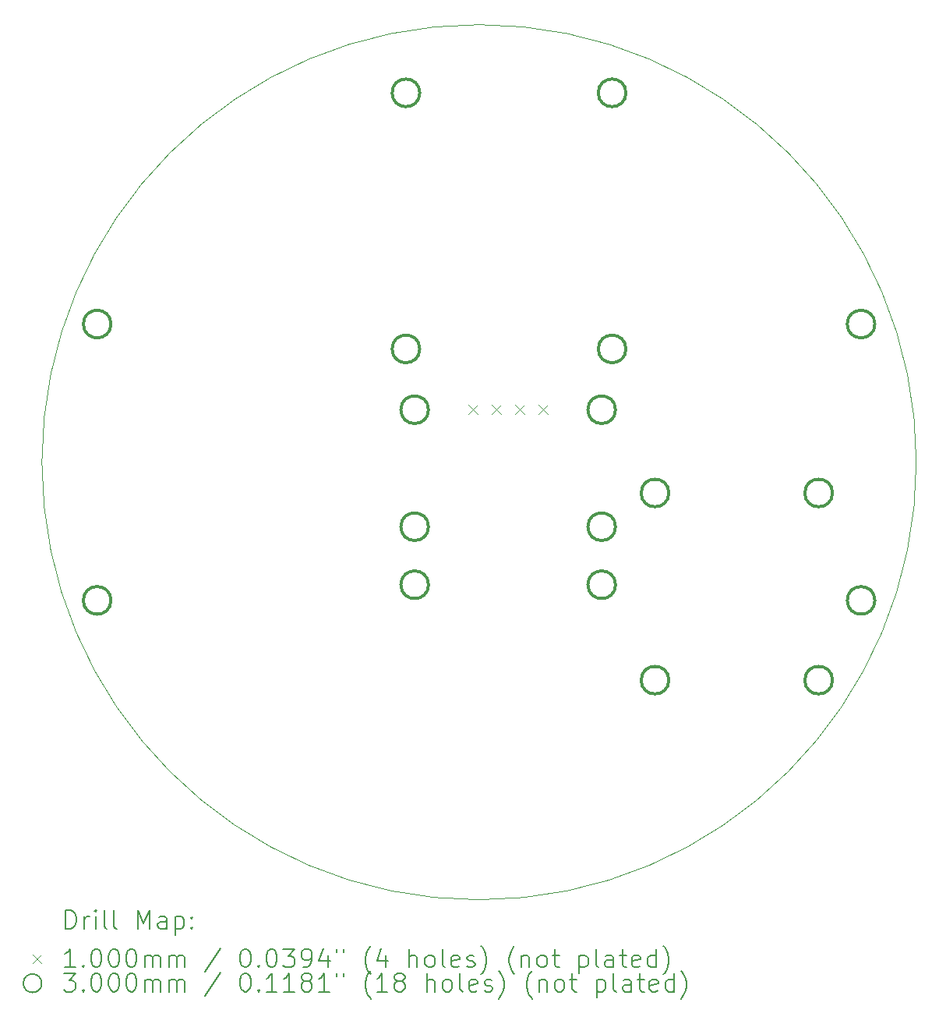
<source format=gbr>
%TF.GenerationSoftware,KiCad,Pcbnew,8.0.5*%
%TF.CreationDate,2025-05-01T20:42:08-04:00*%
%TF.ProjectId,CanSat_Sensor_Board,43616e53-6174-45f5-9365-6e736f725f42,rev?*%
%TF.SameCoordinates,Original*%
%TF.FileFunction,Drillmap*%
%TF.FilePolarity,Positive*%
%FSLAX45Y45*%
G04 Gerber Fmt 4.5, Leading zero omitted, Abs format (unit mm)*
G04 Created by KiCad (PCBNEW 8.0.5) date 2025-05-01 20:42:08*
%MOMM*%
%LPD*%
G01*
G04 APERTURE LIST*
%ADD10C,0.050000*%
%ADD11C,0.200000*%
%ADD12C,0.100000*%
%ADD13C,0.300000*%
G04 APERTURE END LIST*
D10*
X19750000Y-10000000D02*
G75*
G02*
X10250000Y-10000000I-4750000J0D01*
G01*
X10250000Y-10000000D02*
G75*
G02*
X19750000Y-10000000I4750000J0D01*
G01*
D11*
D12*
X14885000Y-9380000D02*
X14985000Y-9480000D01*
X14985000Y-9380000D02*
X14885000Y-9480000D01*
X15139000Y-9380000D02*
X15239000Y-9480000D01*
X15239000Y-9380000D02*
X15139000Y-9480000D01*
X15393000Y-9380000D02*
X15493000Y-9480000D01*
X15493000Y-9380000D02*
X15393000Y-9480000D01*
X15647000Y-9380000D02*
X15747000Y-9480000D01*
X15747000Y-9380000D02*
X15647000Y-9480000D01*
D13*
X11000000Y-8500000D02*
G75*
G02*
X10700000Y-8500000I-150000J0D01*
G01*
X10700000Y-8500000D02*
G75*
G02*
X11000000Y-8500000I150000J0D01*
G01*
X11000000Y-11500000D02*
G75*
G02*
X10700000Y-11500000I-150000J0D01*
G01*
X10700000Y-11500000D02*
G75*
G02*
X11000000Y-11500000I150000J0D01*
G01*
X14355000Y-5990000D02*
G75*
G02*
X14055000Y-5990000I-150000J0D01*
G01*
X14055000Y-5990000D02*
G75*
G02*
X14355000Y-5990000I150000J0D01*
G01*
X14355000Y-8770000D02*
G75*
G02*
X14055000Y-8770000I-150000J0D01*
G01*
X14055000Y-8770000D02*
G75*
G02*
X14355000Y-8770000I150000J0D01*
G01*
X14450000Y-9430000D02*
G75*
G02*
X14150000Y-9430000I-150000J0D01*
G01*
X14150000Y-9430000D02*
G75*
G02*
X14450000Y-9430000I150000J0D01*
G01*
X14450000Y-10700000D02*
G75*
G02*
X14150000Y-10700000I-150000J0D01*
G01*
X14150000Y-10700000D02*
G75*
G02*
X14450000Y-10700000I150000J0D01*
G01*
X14450000Y-11330000D02*
G75*
G02*
X14150000Y-11330000I-150000J0D01*
G01*
X14150000Y-11330000D02*
G75*
G02*
X14450000Y-11330000I150000J0D01*
G01*
X16482000Y-9430000D02*
G75*
G02*
X16182000Y-9430000I-150000J0D01*
G01*
X16182000Y-9430000D02*
G75*
G02*
X16482000Y-9430000I150000J0D01*
G01*
X16482000Y-10700000D02*
G75*
G02*
X16182000Y-10700000I-150000J0D01*
G01*
X16182000Y-10700000D02*
G75*
G02*
X16482000Y-10700000I150000J0D01*
G01*
X16482000Y-11330000D02*
G75*
G02*
X16182000Y-11330000I-150000J0D01*
G01*
X16182000Y-11330000D02*
G75*
G02*
X16482000Y-11330000I150000J0D01*
G01*
X16595000Y-5990000D02*
G75*
G02*
X16295000Y-5990000I-150000J0D01*
G01*
X16295000Y-5990000D02*
G75*
G02*
X16595000Y-5990000I150000J0D01*
G01*
X16595000Y-8770000D02*
G75*
G02*
X16295000Y-8770000I-150000J0D01*
G01*
X16295000Y-8770000D02*
G75*
G02*
X16595000Y-8770000I150000J0D01*
G01*
X17061000Y-10334000D02*
G75*
G02*
X16761000Y-10334000I-150000J0D01*
G01*
X16761000Y-10334000D02*
G75*
G02*
X17061000Y-10334000I150000J0D01*
G01*
X17061000Y-12366000D02*
G75*
G02*
X16761000Y-12366000I-150000J0D01*
G01*
X16761000Y-12366000D02*
G75*
G02*
X17061000Y-12366000I150000J0D01*
G01*
X18839000Y-10334000D02*
G75*
G02*
X18539000Y-10334000I-150000J0D01*
G01*
X18539000Y-10334000D02*
G75*
G02*
X18839000Y-10334000I150000J0D01*
G01*
X18839000Y-12366000D02*
G75*
G02*
X18539000Y-12366000I-150000J0D01*
G01*
X18539000Y-12366000D02*
G75*
G02*
X18839000Y-12366000I150000J0D01*
G01*
X19300000Y-8500000D02*
G75*
G02*
X19000000Y-8500000I-150000J0D01*
G01*
X19000000Y-8500000D02*
G75*
G02*
X19300000Y-8500000I150000J0D01*
G01*
X19300000Y-11500000D02*
G75*
G02*
X19000000Y-11500000I-150000J0D01*
G01*
X19000000Y-11500000D02*
G75*
G02*
X19300000Y-11500000I150000J0D01*
G01*
D11*
X10508277Y-15063984D02*
X10508277Y-14863984D01*
X10508277Y-14863984D02*
X10555896Y-14863984D01*
X10555896Y-14863984D02*
X10584467Y-14873508D01*
X10584467Y-14873508D02*
X10603515Y-14892555D01*
X10603515Y-14892555D02*
X10613039Y-14911603D01*
X10613039Y-14911603D02*
X10622563Y-14949698D01*
X10622563Y-14949698D02*
X10622563Y-14978269D01*
X10622563Y-14978269D02*
X10613039Y-15016365D01*
X10613039Y-15016365D02*
X10603515Y-15035412D01*
X10603515Y-15035412D02*
X10584467Y-15054460D01*
X10584467Y-15054460D02*
X10555896Y-15063984D01*
X10555896Y-15063984D02*
X10508277Y-15063984D01*
X10708277Y-15063984D02*
X10708277Y-14930650D01*
X10708277Y-14968746D02*
X10717801Y-14949698D01*
X10717801Y-14949698D02*
X10727324Y-14940174D01*
X10727324Y-14940174D02*
X10746372Y-14930650D01*
X10746372Y-14930650D02*
X10765420Y-14930650D01*
X10832086Y-15063984D02*
X10832086Y-14930650D01*
X10832086Y-14863984D02*
X10822563Y-14873508D01*
X10822563Y-14873508D02*
X10832086Y-14883031D01*
X10832086Y-14883031D02*
X10841610Y-14873508D01*
X10841610Y-14873508D02*
X10832086Y-14863984D01*
X10832086Y-14863984D02*
X10832086Y-14883031D01*
X10955896Y-15063984D02*
X10936848Y-15054460D01*
X10936848Y-15054460D02*
X10927324Y-15035412D01*
X10927324Y-15035412D02*
X10927324Y-14863984D01*
X11060658Y-15063984D02*
X11041610Y-15054460D01*
X11041610Y-15054460D02*
X11032086Y-15035412D01*
X11032086Y-15035412D02*
X11032086Y-14863984D01*
X11289229Y-15063984D02*
X11289229Y-14863984D01*
X11289229Y-14863984D02*
X11355896Y-15006841D01*
X11355896Y-15006841D02*
X11422562Y-14863984D01*
X11422562Y-14863984D02*
X11422562Y-15063984D01*
X11603515Y-15063984D02*
X11603515Y-14959222D01*
X11603515Y-14959222D02*
X11593991Y-14940174D01*
X11593991Y-14940174D02*
X11574943Y-14930650D01*
X11574943Y-14930650D02*
X11536848Y-14930650D01*
X11536848Y-14930650D02*
X11517801Y-14940174D01*
X11603515Y-15054460D02*
X11584467Y-15063984D01*
X11584467Y-15063984D02*
X11536848Y-15063984D01*
X11536848Y-15063984D02*
X11517801Y-15054460D01*
X11517801Y-15054460D02*
X11508277Y-15035412D01*
X11508277Y-15035412D02*
X11508277Y-15016365D01*
X11508277Y-15016365D02*
X11517801Y-14997317D01*
X11517801Y-14997317D02*
X11536848Y-14987793D01*
X11536848Y-14987793D02*
X11584467Y-14987793D01*
X11584467Y-14987793D02*
X11603515Y-14978269D01*
X11698753Y-14930650D02*
X11698753Y-15130650D01*
X11698753Y-14940174D02*
X11717801Y-14930650D01*
X11717801Y-14930650D02*
X11755896Y-14930650D01*
X11755896Y-14930650D02*
X11774943Y-14940174D01*
X11774943Y-14940174D02*
X11784467Y-14949698D01*
X11784467Y-14949698D02*
X11793991Y-14968746D01*
X11793991Y-14968746D02*
X11793991Y-15025888D01*
X11793991Y-15025888D02*
X11784467Y-15044936D01*
X11784467Y-15044936D02*
X11774943Y-15054460D01*
X11774943Y-15054460D02*
X11755896Y-15063984D01*
X11755896Y-15063984D02*
X11717801Y-15063984D01*
X11717801Y-15063984D02*
X11698753Y-15054460D01*
X11879705Y-15044936D02*
X11889229Y-15054460D01*
X11889229Y-15054460D02*
X11879705Y-15063984D01*
X11879705Y-15063984D02*
X11870182Y-15054460D01*
X11870182Y-15054460D02*
X11879705Y-15044936D01*
X11879705Y-15044936D02*
X11879705Y-15063984D01*
X11879705Y-14940174D02*
X11889229Y-14949698D01*
X11889229Y-14949698D02*
X11879705Y-14959222D01*
X11879705Y-14959222D02*
X11870182Y-14949698D01*
X11870182Y-14949698D02*
X11879705Y-14940174D01*
X11879705Y-14940174D02*
X11879705Y-14959222D01*
D12*
X10147500Y-15342500D02*
X10247500Y-15442500D01*
X10247500Y-15342500D02*
X10147500Y-15442500D01*
D11*
X10613039Y-15483984D02*
X10498753Y-15483984D01*
X10555896Y-15483984D02*
X10555896Y-15283984D01*
X10555896Y-15283984D02*
X10536848Y-15312555D01*
X10536848Y-15312555D02*
X10517801Y-15331603D01*
X10517801Y-15331603D02*
X10498753Y-15341127D01*
X10698753Y-15464936D02*
X10708277Y-15474460D01*
X10708277Y-15474460D02*
X10698753Y-15483984D01*
X10698753Y-15483984D02*
X10689229Y-15474460D01*
X10689229Y-15474460D02*
X10698753Y-15464936D01*
X10698753Y-15464936D02*
X10698753Y-15483984D01*
X10832086Y-15283984D02*
X10851134Y-15283984D01*
X10851134Y-15283984D02*
X10870182Y-15293508D01*
X10870182Y-15293508D02*
X10879705Y-15303031D01*
X10879705Y-15303031D02*
X10889229Y-15322079D01*
X10889229Y-15322079D02*
X10898753Y-15360174D01*
X10898753Y-15360174D02*
X10898753Y-15407793D01*
X10898753Y-15407793D02*
X10889229Y-15445888D01*
X10889229Y-15445888D02*
X10879705Y-15464936D01*
X10879705Y-15464936D02*
X10870182Y-15474460D01*
X10870182Y-15474460D02*
X10851134Y-15483984D01*
X10851134Y-15483984D02*
X10832086Y-15483984D01*
X10832086Y-15483984D02*
X10813039Y-15474460D01*
X10813039Y-15474460D02*
X10803515Y-15464936D01*
X10803515Y-15464936D02*
X10793991Y-15445888D01*
X10793991Y-15445888D02*
X10784467Y-15407793D01*
X10784467Y-15407793D02*
X10784467Y-15360174D01*
X10784467Y-15360174D02*
X10793991Y-15322079D01*
X10793991Y-15322079D02*
X10803515Y-15303031D01*
X10803515Y-15303031D02*
X10813039Y-15293508D01*
X10813039Y-15293508D02*
X10832086Y-15283984D01*
X11022563Y-15283984D02*
X11041610Y-15283984D01*
X11041610Y-15283984D02*
X11060658Y-15293508D01*
X11060658Y-15293508D02*
X11070182Y-15303031D01*
X11070182Y-15303031D02*
X11079705Y-15322079D01*
X11079705Y-15322079D02*
X11089229Y-15360174D01*
X11089229Y-15360174D02*
X11089229Y-15407793D01*
X11089229Y-15407793D02*
X11079705Y-15445888D01*
X11079705Y-15445888D02*
X11070182Y-15464936D01*
X11070182Y-15464936D02*
X11060658Y-15474460D01*
X11060658Y-15474460D02*
X11041610Y-15483984D01*
X11041610Y-15483984D02*
X11022563Y-15483984D01*
X11022563Y-15483984D02*
X11003515Y-15474460D01*
X11003515Y-15474460D02*
X10993991Y-15464936D01*
X10993991Y-15464936D02*
X10984467Y-15445888D01*
X10984467Y-15445888D02*
X10974944Y-15407793D01*
X10974944Y-15407793D02*
X10974944Y-15360174D01*
X10974944Y-15360174D02*
X10984467Y-15322079D01*
X10984467Y-15322079D02*
X10993991Y-15303031D01*
X10993991Y-15303031D02*
X11003515Y-15293508D01*
X11003515Y-15293508D02*
X11022563Y-15283984D01*
X11213039Y-15283984D02*
X11232086Y-15283984D01*
X11232086Y-15283984D02*
X11251134Y-15293508D01*
X11251134Y-15293508D02*
X11260658Y-15303031D01*
X11260658Y-15303031D02*
X11270182Y-15322079D01*
X11270182Y-15322079D02*
X11279705Y-15360174D01*
X11279705Y-15360174D02*
X11279705Y-15407793D01*
X11279705Y-15407793D02*
X11270182Y-15445888D01*
X11270182Y-15445888D02*
X11260658Y-15464936D01*
X11260658Y-15464936D02*
X11251134Y-15474460D01*
X11251134Y-15474460D02*
X11232086Y-15483984D01*
X11232086Y-15483984D02*
X11213039Y-15483984D01*
X11213039Y-15483984D02*
X11193991Y-15474460D01*
X11193991Y-15474460D02*
X11184467Y-15464936D01*
X11184467Y-15464936D02*
X11174944Y-15445888D01*
X11174944Y-15445888D02*
X11165420Y-15407793D01*
X11165420Y-15407793D02*
X11165420Y-15360174D01*
X11165420Y-15360174D02*
X11174944Y-15322079D01*
X11174944Y-15322079D02*
X11184467Y-15303031D01*
X11184467Y-15303031D02*
X11193991Y-15293508D01*
X11193991Y-15293508D02*
X11213039Y-15283984D01*
X11365420Y-15483984D02*
X11365420Y-15350650D01*
X11365420Y-15369698D02*
X11374943Y-15360174D01*
X11374943Y-15360174D02*
X11393991Y-15350650D01*
X11393991Y-15350650D02*
X11422563Y-15350650D01*
X11422563Y-15350650D02*
X11441610Y-15360174D01*
X11441610Y-15360174D02*
X11451134Y-15379222D01*
X11451134Y-15379222D02*
X11451134Y-15483984D01*
X11451134Y-15379222D02*
X11460658Y-15360174D01*
X11460658Y-15360174D02*
X11479705Y-15350650D01*
X11479705Y-15350650D02*
X11508277Y-15350650D01*
X11508277Y-15350650D02*
X11527324Y-15360174D01*
X11527324Y-15360174D02*
X11536848Y-15379222D01*
X11536848Y-15379222D02*
X11536848Y-15483984D01*
X11632086Y-15483984D02*
X11632086Y-15350650D01*
X11632086Y-15369698D02*
X11641610Y-15360174D01*
X11641610Y-15360174D02*
X11660658Y-15350650D01*
X11660658Y-15350650D02*
X11689229Y-15350650D01*
X11689229Y-15350650D02*
X11708277Y-15360174D01*
X11708277Y-15360174D02*
X11717801Y-15379222D01*
X11717801Y-15379222D02*
X11717801Y-15483984D01*
X11717801Y-15379222D02*
X11727324Y-15360174D01*
X11727324Y-15360174D02*
X11746372Y-15350650D01*
X11746372Y-15350650D02*
X11774943Y-15350650D01*
X11774943Y-15350650D02*
X11793991Y-15360174D01*
X11793991Y-15360174D02*
X11803515Y-15379222D01*
X11803515Y-15379222D02*
X11803515Y-15483984D01*
X12193991Y-15274460D02*
X12022563Y-15531603D01*
X12451134Y-15283984D02*
X12470182Y-15283984D01*
X12470182Y-15283984D02*
X12489229Y-15293508D01*
X12489229Y-15293508D02*
X12498753Y-15303031D01*
X12498753Y-15303031D02*
X12508277Y-15322079D01*
X12508277Y-15322079D02*
X12517801Y-15360174D01*
X12517801Y-15360174D02*
X12517801Y-15407793D01*
X12517801Y-15407793D02*
X12508277Y-15445888D01*
X12508277Y-15445888D02*
X12498753Y-15464936D01*
X12498753Y-15464936D02*
X12489229Y-15474460D01*
X12489229Y-15474460D02*
X12470182Y-15483984D01*
X12470182Y-15483984D02*
X12451134Y-15483984D01*
X12451134Y-15483984D02*
X12432086Y-15474460D01*
X12432086Y-15474460D02*
X12422563Y-15464936D01*
X12422563Y-15464936D02*
X12413039Y-15445888D01*
X12413039Y-15445888D02*
X12403515Y-15407793D01*
X12403515Y-15407793D02*
X12403515Y-15360174D01*
X12403515Y-15360174D02*
X12413039Y-15322079D01*
X12413039Y-15322079D02*
X12422563Y-15303031D01*
X12422563Y-15303031D02*
X12432086Y-15293508D01*
X12432086Y-15293508D02*
X12451134Y-15283984D01*
X12603515Y-15464936D02*
X12613039Y-15474460D01*
X12613039Y-15474460D02*
X12603515Y-15483984D01*
X12603515Y-15483984D02*
X12593991Y-15474460D01*
X12593991Y-15474460D02*
X12603515Y-15464936D01*
X12603515Y-15464936D02*
X12603515Y-15483984D01*
X12736848Y-15283984D02*
X12755896Y-15283984D01*
X12755896Y-15283984D02*
X12774944Y-15293508D01*
X12774944Y-15293508D02*
X12784467Y-15303031D01*
X12784467Y-15303031D02*
X12793991Y-15322079D01*
X12793991Y-15322079D02*
X12803515Y-15360174D01*
X12803515Y-15360174D02*
X12803515Y-15407793D01*
X12803515Y-15407793D02*
X12793991Y-15445888D01*
X12793991Y-15445888D02*
X12784467Y-15464936D01*
X12784467Y-15464936D02*
X12774944Y-15474460D01*
X12774944Y-15474460D02*
X12755896Y-15483984D01*
X12755896Y-15483984D02*
X12736848Y-15483984D01*
X12736848Y-15483984D02*
X12717801Y-15474460D01*
X12717801Y-15474460D02*
X12708277Y-15464936D01*
X12708277Y-15464936D02*
X12698753Y-15445888D01*
X12698753Y-15445888D02*
X12689229Y-15407793D01*
X12689229Y-15407793D02*
X12689229Y-15360174D01*
X12689229Y-15360174D02*
X12698753Y-15322079D01*
X12698753Y-15322079D02*
X12708277Y-15303031D01*
X12708277Y-15303031D02*
X12717801Y-15293508D01*
X12717801Y-15293508D02*
X12736848Y-15283984D01*
X12870182Y-15283984D02*
X12993991Y-15283984D01*
X12993991Y-15283984D02*
X12927325Y-15360174D01*
X12927325Y-15360174D02*
X12955896Y-15360174D01*
X12955896Y-15360174D02*
X12974944Y-15369698D01*
X12974944Y-15369698D02*
X12984467Y-15379222D01*
X12984467Y-15379222D02*
X12993991Y-15398269D01*
X12993991Y-15398269D02*
X12993991Y-15445888D01*
X12993991Y-15445888D02*
X12984467Y-15464936D01*
X12984467Y-15464936D02*
X12974944Y-15474460D01*
X12974944Y-15474460D02*
X12955896Y-15483984D01*
X12955896Y-15483984D02*
X12898753Y-15483984D01*
X12898753Y-15483984D02*
X12879706Y-15474460D01*
X12879706Y-15474460D02*
X12870182Y-15464936D01*
X13089229Y-15483984D02*
X13127325Y-15483984D01*
X13127325Y-15483984D02*
X13146372Y-15474460D01*
X13146372Y-15474460D02*
X13155896Y-15464936D01*
X13155896Y-15464936D02*
X13174944Y-15436365D01*
X13174944Y-15436365D02*
X13184467Y-15398269D01*
X13184467Y-15398269D02*
X13184467Y-15322079D01*
X13184467Y-15322079D02*
X13174944Y-15303031D01*
X13174944Y-15303031D02*
X13165420Y-15293508D01*
X13165420Y-15293508D02*
X13146372Y-15283984D01*
X13146372Y-15283984D02*
X13108277Y-15283984D01*
X13108277Y-15283984D02*
X13089229Y-15293508D01*
X13089229Y-15293508D02*
X13079706Y-15303031D01*
X13079706Y-15303031D02*
X13070182Y-15322079D01*
X13070182Y-15322079D02*
X13070182Y-15369698D01*
X13070182Y-15369698D02*
X13079706Y-15388746D01*
X13079706Y-15388746D02*
X13089229Y-15398269D01*
X13089229Y-15398269D02*
X13108277Y-15407793D01*
X13108277Y-15407793D02*
X13146372Y-15407793D01*
X13146372Y-15407793D02*
X13165420Y-15398269D01*
X13165420Y-15398269D02*
X13174944Y-15388746D01*
X13174944Y-15388746D02*
X13184467Y-15369698D01*
X13355896Y-15350650D02*
X13355896Y-15483984D01*
X13308277Y-15274460D02*
X13260658Y-15417317D01*
X13260658Y-15417317D02*
X13384467Y-15417317D01*
X13451134Y-15283984D02*
X13451134Y-15322079D01*
X13527325Y-15283984D02*
X13527325Y-15322079D01*
X13822563Y-15560174D02*
X13813039Y-15550650D01*
X13813039Y-15550650D02*
X13793991Y-15522079D01*
X13793991Y-15522079D02*
X13784468Y-15503031D01*
X13784468Y-15503031D02*
X13774944Y-15474460D01*
X13774944Y-15474460D02*
X13765420Y-15426841D01*
X13765420Y-15426841D02*
X13765420Y-15388746D01*
X13765420Y-15388746D02*
X13774944Y-15341127D01*
X13774944Y-15341127D02*
X13784468Y-15312555D01*
X13784468Y-15312555D02*
X13793991Y-15293508D01*
X13793991Y-15293508D02*
X13813039Y-15264936D01*
X13813039Y-15264936D02*
X13822563Y-15255412D01*
X13984468Y-15350650D02*
X13984468Y-15483984D01*
X13936848Y-15274460D02*
X13889229Y-15417317D01*
X13889229Y-15417317D02*
X14013039Y-15417317D01*
X14241610Y-15483984D02*
X14241610Y-15283984D01*
X14327325Y-15483984D02*
X14327325Y-15379222D01*
X14327325Y-15379222D02*
X14317801Y-15360174D01*
X14317801Y-15360174D02*
X14298753Y-15350650D01*
X14298753Y-15350650D02*
X14270182Y-15350650D01*
X14270182Y-15350650D02*
X14251134Y-15360174D01*
X14251134Y-15360174D02*
X14241610Y-15369698D01*
X14451134Y-15483984D02*
X14432087Y-15474460D01*
X14432087Y-15474460D02*
X14422563Y-15464936D01*
X14422563Y-15464936D02*
X14413039Y-15445888D01*
X14413039Y-15445888D02*
X14413039Y-15388746D01*
X14413039Y-15388746D02*
X14422563Y-15369698D01*
X14422563Y-15369698D02*
X14432087Y-15360174D01*
X14432087Y-15360174D02*
X14451134Y-15350650D01*
X14451134Y-15350650D02*
X14479706Y-15350650D01*
X14479706Y-15350650D02*
X14498753Y-15360174D01*
X14498753Y-15360174D02*
X14508277Y-15369698D01*
X14508277Y-15369698D02*
X14517801Y-15388746D01*
X14517801Y-15388746D02*
X14517801Y-15445888D01*
X14517801Y-15445888D02*
X14508277Y-15464936D01*
X14508277Y-15464936D02*
X14498753Y-15474460D01*
X14498753Y-15474460D02*
X14479706Y-15483984D01*
X14479706Y-15483984D02*
X14451134Y-15483984D01*
X14632087Y-15483984D02*
X14613039Y-15474460D01*
X14613039Y-15474460D02*
X14603515Y-15455412D01*
X14603515Y-15455412D02*
X14603515Y-15283984D01*
X14784468Y-15474460D02*
X14765420Y-15483984D01*
X14765420Y-15483984D02*
X14727325Y-15483984D01*
X14727325Y-15483984D02*
X14708277Y-15474460D01*
X14708277Y-15474460D02*
X14698753Y-15455412D01*
X14698753Y-15455412D02*
X14698753Y-15379222D01*
X14698753Y-15379222D02*
X14708277Y-15360174D01*
X14708277Y-15360174D02*
X14727325Y-15350650D01*
X14727325Y-15350650D02*
X14765420Y-15350650D01*
X14765420Y-15350650D02*
X14784468Y-15360174D01*
X14784468Y-15360174D02*
X14793991Y-15379222D01*
X14793991Y-15379222D02*
X14793991Y-15398269D01*
X14793991Y-15398269D02*
X14698753Y-15417317D01*
X14870182Y-15474460D02*
X14889230Y-15483984D01*
X14889230Y-15483984D02*
X14927325Y-15483984D01*
X14927325Y-15483984D02*
X14946372Y-15474460D01*
X14946372Y-15474460D02*
X14955896Y-15455412D01*
X14955896Y-15455412D02*
X14955896Y-15445888D01*
X14955896Y-15445888D02*
X14946372Y-15426841D01*
X14946372Y-15426841D02*
X14927325Y-15417317D01*
X14927325Y-15417317D02*
X14898753Y-15417317D01*
X14898753Y-15417317D02*
X14879706Y-15407793D01*
X14879706Y-15407793D02*
X14870182Y-15388746D01*
X14870182Y-15388746D02*
X14870182Y-15379222D01*
X14870182Y-15379222D02*
X14879706Y-15360174D01*
X14879706Y-15360174D02*
X14898753Y-15350650D01*
X14898753Y-15350650D02*
X14927325Y-15350650D01*
X14927325Y-15350650D02*
X14946372Y-15360174D01*
X15022563Y-15560174D02*
X15032087Y-15550650D01*
X15032087Y-15550650D02*
X15051134Y-15522079D01*
X15051134Y-15522079D02*
X15060658Y-15503031D01*
X15060658Y-15503031D02*
X15070182Y-15474460D01*
X15070182Y-15474460D02*
X15079706Y-15426841D01*
X15079706Y-15426841D02*
X15079706Y-15388746D01*
X15079706Y-15388746D02*
X15070182Y-15341127D01*
X15070182Y-15341127D02*
X15060658Y-15312555D01*
X15060658Y-15312555D02*
X15051134Y-15293508D01*
X15051134Y-15293508D02*
X15032087Y-15264936D01*
X15032087Y-15264936D02*
X15022563Y-15255412D01*
X15384468Y-15560174D02*
X15374944Y-15550650D01*
X15374944Y-15550650D02*
X15355896Y-15522079D01*
X15355896Y-15522079D02*
X15346372Y-15503031D01*
X15346372Y-15503031D02*
X15336849Y-15474460D01*
X15336849Y-15474460D02*
X15327325Y-15426841D01*
X15327325Y-15426841D02*
X15327325Y-15388746D01*
X15327325Y-15388746D02*
X15336849Y-15341127D01*
X15336849Y-15341127D02*
X15346372Y-15312555D01*
X15346372Y-15312555D02*
X15355896Y-15293508D01*
X15355896Y-15293508D02*
X15374944Y-15264936D01*
X15374944Y-15264936D02*
X15384468Y-15255412D01*
X15460658Y-15350650D02*
X15460658Y-15483984D01*
X15460658Y-15369698D02*
X15470182Y-15360174D01*
X15470182Y-15360174D02*
X15489230Y-15350650D01*
X15489230Y-15350650D02*
X15517801Y-15350650D01*
X15517801Y-15350650D02*
X15536849Y-15360174D01*
X15536849Y-15360174D02*
X15546372Y-15379222D01*
X15546372Y-15379222D02*
X15546372Y-15483984D01*
X15670182Y-15483984D02*
X15651134Y-15474460D01*
X15651134Y-15474460D02*
X15641611Y-15464936D01*
X15641611Y-15464936D02*
X15632087Y-15445888D01*
X15632087Y-15445888D02*
X15632087Y-15388746D01*
X15632087Y-15388746D02*
X15641611Y-15369698D01*
X15641611Y-15369698D02*
X15651134Y-15360174D01*
X15651134Y-15360174D02*
X15670182Y-15350650D01*
X15670182Y-15350650D02*
X15698753Y-15350650D01*
X15698753Y-15350650D02*
X15717801Y-15360174D01*
X15717801Y-15360174D02*
X15727325Y-15369698D01*
X15727325Y-15369698D02*
X15736849Y-15388746D01*
X15736849Y-15388746D02*
X15736849Y-15445888D01*
X15736849Y-15445888D02*
X15727325Y-15464936D01*
X15727325Y-15464936D02*
X15717801Y-15474460D01*
X15717801Y-15474460D02*
X15698753Y-15483984D01*
X15698753Y-15483984D02*
X15670182Y-15483984D01*
X15793992Y-15350650D02*
X15870182Y-15350650D01*
X15822563Y-15283984D02*
X15822563Y-15455412D01*
X15822563Y-15455412D02*
X15832087Y-15474460D01*
X15832087Y-15474460D02*
X15851134Y-15483984D01*
X15851134Y-15483984D02*
X15870182Y-15483984D01*
X16089230Y-15350650D02*
X16089230Y-15550650D01*
X16089230Y-15360174D02*
X16108277Y-15350650D01*
X16108277Y-15350650D02*
X16146373Y-15350650D01*
X16146373Y-15350650D02*
X16165420Y-15360174D01*
X16165420Y-15360174D02*
X16174944Y-15369698D01*
X16174944Y-15369698D02*
X16184468Y-15388746D01*
X16184468Y-15388746D02*
X16184468Y-15445888D01*
X16184468Y-15445888D02*
X16174944Y-15464936D01*
X16174944Y-15464936D02*
X16165420Y-15474460D01*
X16165420Y-15474460D02*
X16146373Y-15483984D01*
X16146373Y-15483984D02*
X16108277Y-15483984D01*
X16108277Y-15483984D02*
X16089230Y-15474460D01*
X16298753Y-15483984D02*
X16279706Y-15474460D01*
X16279706Y-15474460D02*
X16270182Y-15455412D01*
X16270182Y-15455412D02*
X16270182Y-15283984D01*
X16460658Y-15483984D02*
X16460658Y-15379222D01*
X16460658Y-15379222D02*
X16451134Y-15360174D01*
X16451134Y-15360174D02*
X16432087Y-15350650D01*
X16432087Y-15350650D02*
X16393992Y-15350650D01*
X16393992Y-15350650D02*
X16374944Y-15360174D01*
X16460658Y-15474460D02*
X16441611Y-15483984D01*
X16441611Y-15483984D02*
X16393992Y-15483984D01*
X16393992Y-15483984D02*
X16374944Y-15474460D01*
X16374944Y-15474460D02*
X16365420Y-15455412D01*
X16365420Y-15455412D02*
X16365420Y-15436365D01*
X16365420Y-15436365D02*
X16374944Y-15417317D01*
X16374944Y-15417317D02*
X16393992Y-15407793D01*
X16393992Y-15407793D02*
X16441611Y-15407793D01*
X16441611Y-15407793D02*
X16460658Y-15398269D01*
X16527325Y-15350650D02*
X16603515Y-15350650D01*
X16555896Y-15283984D02*
X16555896Y-15455412D01*
X16555896Y-15455412D02*
X16565420Y-15474460D01*
X16565420Y-15474460D02*
X16584468Y-15483984D01*
X16584468Y-15483984D02*
X16603515Y-15483984D01*
X16746373Y-15474460D02*
X16727325Y-15483984D01*
X16727325Y-15483984D02*
X16689230Y-15483984D01*
X16689230Y-15483984D02*
X16670182Y-15474460D01*
X16670182Y-15474460D02*
X16660658Y-15455412D01*
X16660658Y-15455412D02*
X16660658Y-15379222D01*
X16660658Y-15379222D02*
X16670182Y-15360174D01*
X16670182Y-15360174D02*
X16689230Y-15350650D01*
X16689230Y-15350650D02*
X16727325Y-15350650D01*
X16727325Y-15350650D02*
X16746373Y-15360174D01*
X16746373Y-15360174D02*
X16755896Y-15379222D01*
X16755896Y-15379222D02*
X16755896Y-15398269D01*
X16755896Y-15398269D02*
X16660658Y-15417317D01*
X16927325Y-15483984D02*
X16927325Y-15283984D01*
X16927325Y-15474460D02*
X16908277Y-15483984D01*
X16908277Y-15483984D02*
X16870182Y-15483984D01*
X16870182Y-15483984D02*
X16851135Y-15474460D01*
X16851135Y-15474460D02*
X16841611Y-15464936D01*
X16841611Y-15464936D02*
X16832087Y-15445888D01*
X16832087Y-15445888D02*
X16832087Y-15388746D01*
X16832087Y-15388746D02*
X16841611Y-15369698D01*
X16841611Y-15369698D02*
X16851135Y-15360174D01*
X16851135Y-15360174D02*
X16870182Y-15350650D01*
X16870182Y-15350650D02*
X16908277Y-15350650D01*
X16908277Y-15350650D02*
X16927325Y-15360174D01*
X17003516Y-15560174D02*
X17013039Y-15550650D01*
X17013039Y-15550650D02*
X17032087Y-15522079D01*
X17032087Y-15522079D02*
X17041611Y-15503031D01*
X17041611Y-15503031D02*
X17051135Y-15474460D01*
X17051135Y-15474460D02*
X17060658Y-15426841D01*
X17060658Y-15426841D02*
X17060658Y-15388746D01*
X17060658Y-15388746D02*
X17051135Y-15341127D01*
X17051135Y-15341127D02*
X17041611Y-15312555D01*
X17041611Y-15312555D02*
X17032087Y-15293508D01*
X17032087Y-15293508D02*
X17013039Y-15264936D01*
X17013039Y-15264936D02*
X17003516Y-15255412D01*
X10247500Y-15656500D02*
G75*
G02*
X10047500Y-15656500I-100000J0D01*
G01*
X10047500Y-15656500D02*
G75*
G02*
X10247500Y-15656500I100000J0D01*
G01*
X10489229Y-15547984D02*
X10613039Y-15547984D01*
X10613039Y-15547984D02*
X10546372Y-15624174D01*
X10546372Y-15624174D02*
X10574944Y-15624174D01*
X10574944Y-15624174D02*
X10593991Y-15633698D01*
X10593991Y-15633698D02*
X10603515Y-15643222D01*
X10603515Y-15643222D02*
X10613039Y-15662269D01*
X10613039Y-15662269D02*
X10613039Y-15709888D01*
X10613039Y-15709888D02*
X10603515Y-15728936D01*
X10603515Y-15728936D02*
X10593991Y-15738460D01*
X10593991Y-15738460D02*
X10574944Y-15747984D01*
X10574944Y-15747984D02*
X10517801Y-15747984D01*
X10517801Y-15747984D02*
X10498753Y-15738460D01*
X10498753Y-15738460D02*
X10489229Y-15728936D01*
X10698753Y-15728936D02*
X10708277Y-15738460D01*
X10708277Y-15738460D02*
X10698753Y-15747984D01*
X10698753Y-15747984D02*
X10689229Y-15738460D01*
X10689229Y-15738460D02*
X10698753Y-15728936D01*
X10698753Y-15728936D02*
X10698753Y-15747984D01*
X10832086Y-15547984D02*
X10851134Y-15547984D01*
X10851134Y-15547984D02*
X10870182Y-15557508D01*
X10870182Y-15557508D02*
X10879705Y-15567031D01*
X10879705Y-15567031D02*
X10889229Y-15586079D01*
X10889229Y-15586079D02*
X10898753Y-15624174D01*
X10898753Y-15624174D02*
X10898753Y-15671793D01*
X10898753Y-15671793D02*
X10889229Y-15709888D01*
X10889229Y-15709888D02*
X10879705Y-15728936D01*
X10879705Y-15728936D02*
X10870182Y-15738460D01*
X10870182Y-15738460D02*
X10851134Y-15747984D01*
X10851134Y-15747984D02*
X10832086Y-15747984D01*
X10832086Y-15747984D02*
X10813039Y-15738460D01*
X10813039Y-15738460D02*
X10803515Y-15728936D01*
X10803515Y-15728936D02*
X10793991Y-15709888D01*
X10793991Y-15709888D02*
X10784467Y-15671793D01*
X10784467Y-15671793D02*
X10784467Y-15624174D01*
X10784467Y-15624174D02*
X10793991Y-15586079D01*
X10793991Y-15586079D02*
X10803515Y-15567031D01*
X10803515Y-15567031D02*
X10813039Y-15557508D01*
X10813039Y-15557508D02*
X10832086Y-15547984D01*
X11022563Y-15547984D02*
X11041610Y-15547984D01*
X11041610Y-15547984D02*
X11060658Y-15557508D01*
X11060658Y-15557508D02*
X11070182Y-15567031D01*
X11070182Y-15567031D02*
X11079705Y-15586079D01*
X11079705Y-15586079D02*
X11089229Y-15624174D01*
X11089229Y-15624174D02*
X11089229Y-15671793D01*
X11089229Y-15671793D02*
X11079705Y-15709888D01*
X11079705Y-15709888D02*
X11070182Y-15728936D01*
X11070182Y-15728936D02*
X11060658Y-15738460D01*
X11060658Y-15738460D02*
X11041610Y-15747984D01*
X11041610Y-15747984D02*
X11022563Y-15747984D01*
X11022563Y-15747984D02*
X11003515Y-15738460D01*
X11003515Y-15738460D02*
X10993991Y-15728936D01*
X10993991Y-15728936D02*
X10984467Y-15709888D01*
X10984467Y-15709888D02*
X10974944Y-15671793D01*
X10974944Y-15671793D02*
X10974944Y-15624174D01*
X10974944Y-15624174D02*
X10984467Y-15586079D01*
X10984467Y-15586079D02*
X10993991Y-15567031D01*
X10993991Y-15567031D02*
X11003515Y-15557508D01*
X11003515Y-15557508D02*
X11022563Y-15547984D01*
X11213039Y-15547984D02*
X11232086Y-15547984D01*
X11232086Y-15547984D02*
X11251134Y-15557508D01*
X11251134Y-15557508D02*
X11260658Y-15567031D01*
X11260658Y-15567031D02*
X11270182Y-15586079D01*
X11270182Y-15586079D02*
X11279705Y-15624174D01*
X11279705Y-15624174D02*
X11279705Y-15671793D01*
X11279705Y-15671793D02*
X11270182Y-15709888D01*
X11270182Y-15709888D02*
X11260658Y-15728936D01*
X11260658Y-15728936D02*
X11251134Y-15738460D01*
X11251134Y-15738460D02*
X11232086Y-15747984D01*
X11232086Y-15747984D02*
X11213039Y-15747984D01*
X11213039Y-15747984D02*
X11193991Y-15738460D01*
X11193991Y-15738460D02*
X11184467Y-15728936D01*
X11184467Y-15728936D02*
X11174944Y-15709888D01*
X11174944Y-15709888D02*
X11165420Y-15671793D01*
X11165420Y-15671793D02*
X11165420Y-15624174D01*
X11165420Y-15624174D02*
X11174944Y-15586079D01*
X11174944Y-15586079D02*
X11184467Y-15567031D01*
X11184467Y-15567031D02*
X11193991Y-15557508D01*
X11193991Y-15557508D02*
X11213039Y-15547984D01*
X11365420Y-15747984D02*
X11365420Y-15614650D01*
X11365420Y-15633698D02*
X11374943Y-15624174D01*
X11374943Y-15624174D02*
X11393991Y-15614650D01*
X11393991Y-15614650D02*
X11422563Y-15614650D01*
X11422563Y-15614650D02*
X11441610Y-15624174D01*
X11441610Y-15624174D02*
X11451134Y-15643222D01*
X11451134Y-15643222D02*
X11451134Y-15747984D01*
X11451134Y-15643222D02*
X11460658Y-15624174D01*
X11460658Y-15624174D02*
X11479705Y-15614650D01*
X11479705Y-15614650D02*
X11508277Y-15614650D01*
X11508277Y-15614650D02*
X11527324Y-15624174D01*
X11527324Y-15624174D02*
X11536848Y-15643222D01*
X11536848Y-15643222D02*
X11536848Y-15747984D01*
X11632086Y-15747984D02*
X11632086Y-15614650D01*
X11632086Y-15633698D02*
X11641610Y-15624174D01*
X11641610Y-15624174D02*
X11660658Y-15614650D01*
X11660658Y-15614650D02*
X11689229Y-15614650D01*
X11689229Y-15614650D02*
X11708277Y-15624174D01*
X11708277Y-15624174D02*
X11717801Y-15643222D01*
X11717801Y-15643222D02*
X11717801Y-15747984D01*
X11717801Y-15643222D02*
X11727324Y-15624174D01*
X11727324Y-15624174D02*
X11746372Y-15614650D01*
X11746372Y-15614650D02*
X11774943Y-15614650D01*
X11774943Y-15614650D02*
X11793991Y-15624174D01*
X11793991Y-15624174D02*
X11803515Y-15643222D01*
X11803515Y-15643222D02*
X11803515Y-15747984D01*
X12193991Y-15538460D02*
X12022563Y-15795603D01*
X12451134Y-15547984D02*
X12470182Y-15547984D01*
X12470182Y-15547984D02*
X12489229Y-15557508D01*
X12489229Y-15557508D02*
X12498753Y-15567031D01*
X12498753Y-15567031D02*
X12508277Y-15586079D01*
X12508277Y-15586079D02*
X12517801Y-15624174D01*
X12517801Y-15624174D02*
X12517801Y-15671793D01*
X12517801Y-15671793D02*
X12508277Y-15709888D01*
X12508277Y-15709888D02*
X12498753Y-15728936D01*
X12498753Y-15728936D02*
X12489229Y-15738460D01*
X12489229Y-15738460D02*
X12470182Y-15747984D01*
X12470182Y-15747984D02*
X12451134Y-15747984D01*
X12451134Y-15747984D02*
X12432086Y-15738460D01*
X12432086Y-15738460D02*
X12422563Y-15728936D01*
X12422563Y-15728936D02*
X12413039Y-15709888D01*
X12413039Y-15709888D02*
X12403515Y-15671793D01*
X12403515Y-15671793D02*
X12403515Y-15624174D01*
X12403515Y-15624174D02*
X12413039Y-15586079D01*
X12413039Y-15586079D02*
X12422563Y-15567031D01*
X12422563Y-15567031D02*
X12432086Y-15557508D01*
X12432086Y-15557508D02*
X12451134Y-15547984D01*
X12603515Y-15728936D02*
X12613039Y-15738460D01*
X12613039Y-15738460D02*
X12603515Y-15747984D01*
X12603515Y-15747984D02*
X12593991Y-15738460D01*
X12593991Y-15738460D02*
X12603515Y-15728936D01*
X12603515Y-15728936D02*
X12603515Y-15747984D01*
X12803515Y-15747984D02*
X12689229Y-15747984D01*
X12746372Y-15747984D02*
X12746372Y-15547984D01*
X12746372Y-15547984D02*
X12727325Y-15576555D01*
X12727325Y-15576555D02*
X12708277Y-15595603D01*
X12708277Y-15595603D02*
X12689229Y-15605127D01*
X12993991Y-15747984D02*
X12879706Y-15747984D01*
X12936848Y-15747984D02*
X12936848Y-15547984D01*
X12936848Y-15547984D02*
X12917801Y-15576555D01*
X12917801Y-15576555D02*
X12898753Y-15595603D01*
X12898753Y-15595603D02*
X12879706Y-15605127D01*
X13108277Y-15633698D02*
X13089229Y-15624174D01*
X13089229Y-15624174D02*
X13079706Y-15614650D01*
X13079706Y-15614650D02*
X13070182Y-15595603D01*
X13070182Y-15595603D02*
X13070182Y-15586079D01*
X13070182Y-15586079D02*
X13079706Y-15567031D01*
X13079706Y-15567031D02*
X13089229Y-15557508D01*
X13089229Y-15557508D02*
X13108277Y-15547984D01*
X13108277Y-15547984D02*
X13146372Y-15547984D01*
X13146372Y-15547984D02*
X13165420Y-15557508D01*
X13165420Y-15557508D02*
X13174944Y-15567031D01*
X13174944Y-15567031D02*
X13184467Y-15586079D01*
X13184467Y-15586079D02*
X13184467Y-15595603D01*
X13184467Y-15595603D02*
X13174944Y-15614650D01*
X13174944Y-15614650D02*
X13165420Y-15624174D01*
X13165420Y-15624174D02*
X13146372Y-15633698D01*
X13146372Y-15633698D02*
X13108277Y-15633698D01*
X13108277Y-15633698D02*
X13089229Y-15643222D01*
X13089229Y-15643222D02*
X13079706Y-15652746D01*
X13079706Y-15652746D02*
X13070182Y-15671793D01*
X13070182Y-15671793D02*
X13070182Y-15709888D01*
X13070182Y-15709888D02*
X13079706Y-15728936D01*
X13079706Y-15728936D02*
X13089229Y-15738460D01*
X13089229Y-15738460D02*
X13108277Y-15747984D01*
X13108277Y-15747984D02*
X13146372Y-15747984D01*
X13146372Y-15747984D02*
X13165420Y-15738460D01*
X13165420Y-15738460D02*
X13174944Y-15728936D01*
X13174944Y-15728936D02*
X13184467Y-15709888D01*
X13184467Y-15709888D02*
X13184467Y-15671793D01*
X13184467Y-15671793D02*
X13174944Y-15652746D01*
X13174944Y-15652746D02*
X13165420Y-15643222D01*
X13165420Y-15643222D02*
X13146372Y-15633698D01*
X13374944Y-15747984D02*
X13260658Y-15747984D01*
X13317801Y-15747984D02*
X13317801Y-15547984D01*
X13317801Y-15547984D02*
X13298753Y-15576555D01*
X13298753Y-15576555D02*
X13279706Y-15595603D01*
X13279706Y-15595603D02*
X13260658Y-15605127D01*
X13451134Y-15547984D02*
X13451134Y-15586079D01*
X13527325Y-15547984D02*
X13527325Y-15586079D01*
X13822563Y-15824174D02*
X13813039Y-15814650D01*
X13813039Y-15814650D02*
X13793991Y-15786079D01*
X13793991Y-15786079D02*
X13784468Y-15767031D01*
X13784468Y-15767031D02*
X13774944Y-15738460D01*
X13774944Y-15738460D02*
X13765420Y-15690841D01*
X13765420Y-15690841D02*
X13765420Y-15652746D01*
X13765420Y-15652746D02*
X13774944Y-15605127D01*
X13774944Y-15605127D02*
X13784468Y-15576555D01*
X13784468Y-15576555D02*
X13793991Y-15557508D01*
X13793991Y-15557508D02*
X13813039Y-15528936D01*
X13813039Y-15528936D02*
X13822563Y-15519412D01*
X14003515Y-15747984D02*
X13889229Y-15747984D01*
X13946372Y-15747984D02*
X13946372Y-15547984D01*
X13946372Y-15547984D02*
X13927325Y-15576555D01*
X13927325Y-15576555D02*
X13908277Y-15595603D01*
X13908277Y-15595603D02*
X13889229Y-15605127D01*
X14117801Y-15633698D02*
X14098753Y-15624174D01*
X14098753Y-15624174D02*
X14089229Y-15614650D01*
X14089229Y-15614650D02*
X14079706Y-15595603D01*
X14079706Y-15595603D02*
X14079706Y-15586079D01*
X14079706Y-15586079D02*
X14089229Y-15567031D01*
X14089229Y-15567031D02*
X14098753Y-15557508D01*
X14098753Y-15557508D02*
X14117801Y-15547984D01*
X14117801Y-15547984D02*
X14155896Y-15547984D01*
X14155896Y-15547984D02*
X14174944Y-15557508D01*
X14174944Y-15557508D02*
X14184468Y-15567031D01*
X14184468Y-15567031D02*
X14193991Y-15586079D01*
X14193991Y-15586079D02*
X14193991Y-15595603D01*
X14193991Y-15595603D02*
X14184468Y-15614650D01*
X14184468Y-15614650D02*
X14174944Y-15624174D01*
X14174944Y-15624174D02*
X14155896Y-15633698D01*
X14155896Y-15633698D02*
X14117801Y-15633698D01*
X14117801Y-15633698D02*
X14098753Y-15643222D01*
X14098753Y-15643222D02*
X14089229Y-15652746D01*
X14089229Y-15652746D02*
X14079706Y-15671793D01*
X14079706Y-15671793D02*
X14079706Y-15709888D01*
X14079706Y-15709888D02*
X14089229Y-15728936D01*
X14089229Y-15728936D02*
X14098753Y-15738460D01*
X14098753Y-15738460D02*
X14117801Y-15747984D01*
X14117801Y-15747984D02*
X14155896Y-15747984D01*
X14155896Y-15747984D02*
X14174944Y-15738460D01*
X14174944Y-15738460D02*
X14184468Y-15728936D01*
X14184468Y-15728936D02*
X14193991Y-15709888D01*
X14193991Y-15709888D02*
X14193991Y-15671793D01*
X14193991Y-15671793D02*
X14184468Y-15652746D01*
X14184468Y-15652746D02*
X14174944Y-15643222D01*
X14174944Y-15643222D02*
X14155896Y-15633698D01*
X14432087Y-15747984D02*
X14432087Y-15547984D01*
X14517801Y-15747984D02*
X14517801Y-15643222D01*
X14517801Y-15643222D02*
X14508277Y-15624174D01*
X14508277Y-15624174D02*
X14489230Y-15614650D01*
X14489230Y-15614650D02*
X14460658Y-15614650D01*
X14460658Y-15614650D02*
X14441610Y-15624174D01*
X14441610Y-15624174D02*
X14432087Y-15633698D01*
X14641610Y-15747984D02*
X14622563Y-15738460D01*
X14622563Y-15738460D02*
X14613039Y-15728936D01*
X14613039Y-15728936D02*
X14603515Y-15709888D01*
X14603515Y-15709888D02*
X14603515Y-15652746D01*
X14603515Y-15652746D02*
X14613039Y-15633698D01*
X14613039Y-15633698D02*
X14622563Y-15624174D01*
X14622563Y-15624174D02*
X14641610Y-15614650D01*
X14641610Y-15614650D02*
X14670182Y-15614650D01*
X14670182Y-15614650D02*
X14689230Y-15624174D01*
X14689230Y-15624174D02*
X14698753Y-15633698D01*
X14698753Y-15633698D02*
X14708277Y-15652746D01*
X14708277Y-15652746D02*
X14708277Y-15709888D01*
X14708277Y-15709888D02*
X14698753Y-15728936D01*
X14698753Y-15728936D02*
X14689230Y-15738460D01*
X14689230Y-15738460D02*
X14670182Y-15747984D01*
X14670182Y-15747984D02*
X14641610Y-15747984D01*
X14822563Y-15747984D02*
X14803515Y-15738460D01*
X14803515Y-15738460D02*
X14793991Y-15719412D01*
X14793991Y-15719412D02*
X14793991Y-15547984D01*
X14974944Y-15738460D02*
X14955896Y-15747984D01*
X14955896Y-15747984D02*
X14917801Y-15747984D01*
X14917801Y-15747984D02*
X14898753Y-15738460D01*
X14898753Y-15738460D02*
X14889230Y-15719412D01*
X14889230Y-15719412D02*
X14889230Y-15643222D01*
X14889230Y-15643222D02*
X14898753Y-15624174D01*
X14898753Y-15624174D02*
X14917801Y-15614650D01*
X14917801Y-15614650D02*
X14955896Y-15614650D01*
X14955896Y-15614650D02*
X14974944Y-15624174D01*
X14974944Y-15624174D02*
X14984468Y-15643222D01*
X14984468Y-15643222D02*
X14984468Y-15662269D01*
X14984468Y-15662269D02*
X14889230Y-15681317D01*
X15060658Y-15738460D02*
X15079706Y-15747984D01*
X15079706Y-15747984D02*
X15117801Y-15747984D01*
X15117801Y-15747984D02*
X15136849Y-15738460D01*
X15136849Y-15738460D02*
X15146372Y-15719412D01*
X15146372Y-15719412D02*
X15146372Y-15709888D01*
X15146372Y-15709888D02*
X15136849Y-15690841D01*
X15136849Y-15690841D02*
X15117801Y-15681317D01*
X15117801Y-15681317D02*
X15089230Y-15681317D01*
X15089230Y-15681317D02*
X15070182Y-15671793D01*
X15070182Y-15671793D02*
X15060658Y-15652746D01*
X15060658Y-15652746D02*
X15060658Y-15643222D01*
X15060658Y-15643222D02*
X15070182Y-15624174D01*
X15070182Y-15624174D02*
X15089230Y-15614650D01*
X15089230Y-15614650D02*
X15117801Y-15614650D01*
X15117801Y-15614650D02*
X15136849Y-15624174D01*
X15213039Y-15824174D02*
X15222563Y-15814650D01*
X15222563Y-15814650D02*
X15241611Y-15786079D01*
X15241611Y-15786079D02*
X15251134Y-15767031D01*
X15251134Y-15767031D02*
X15260658Y-15738460D01*
X15260658Y-15738460D02*
X15270182Y-15690841D01*
X15270182Y-15690841D02*
X15270182Y-15652746D01*
X15270182Y-15652746D02*
X15260658Y-15605127D01*
X15260658Y-15605127D02*
X15251134Y-15576555D01*
X15251134Y-15576555D02*
X15241611Y-15557508D01*
X15241611Y-15557508D02*
X15222563Y-15528936D01*
X15222563Y-15528936D02*
X15213039Y-15519412D01*
X15574944Y-15824174D02*
X15565420Y-15814650D01*
X15565420Y-15814650D02*
X15546372Y-15786079D01*
X15546372Y-15786079D02*
X15536849Y-15767031D01*
X15536849Y-15767031D02*
X15527325Y-15738460D01*
X15527325Y-15738460D02*
X15517801Y-15690841D01*
X15517801Y-15690841D02*
X15517801Y-15652746D01*
X15517801Y-15652746D02*
X15527325Y-15605127D01*
X15527325Y-15605127D02*
X15536849Y-15576555D01*
X15536849Y-15576555D02*
X15546372Y-15557508D01*
X15546372Y-15557508D02*
X15565420Y-15528936D01*
X15565420Y-15528936D02*
X15574944Y-15519412D01*
X15651134Y-15614650D02*
X15651134Y-15747984D01*
X15651134Y-15633698D02*
X15660658Y-15624174D01*
X15660658Y-15624174D02*
X15679706Y-15614650D01*
X15679706Y-15614650D02*
X15708277Y-15614650D01*
X15708277Y-15614650D02*
X15727325Y-15624174D01*
X15727325Y-15624174D02*
X15736849Y-15643222D01*
X15736849Y-15643222D02*
X15736849Y-15747984D01*
X15860658Y-15747984D02*
X15841611Y-15738460D01*
X15841611Y-15738460D02*
X15832087Y-15728936D01*
X15832087Y-15728936D02*
X15822563Y-15709888D01*
X15822563Y-15709888D02*
X15822563Y-15652746D01*
X15822563Y-15652746D02*
X15832087Y-15633698D01*
X15832087Y-15633698D02*
X15841611Y-15624174D01*
X15841611Y-15624174D02*
X15860658Y-15614650D01*
X15860658Y-15614650D02*
X15889230Y-15614650D01*
X15889230Y-15614650D02*
X15908277Y-15624174D01*
X15908277Y-15624174D02*
X15917801Y-15633698D01*
X15917801Y-15633698D02*
X15927325Y-15652746D01*
X15927325Y-15652746D02*
X15927325Y-15709888D01*
X15927325Y-15709888D02*
X15917801Y-15728936D01*
X15917801Y-15728936D02*
X15908277Y-15738460D01*
X15908277Y-15738460D02*
X15889230Y-15747984D01*
X15889230Y-15747984D02*
X15860658Y-15747984D01*
X15984468Y-15614650D02*
X16060658Y-15614650D01*
X16013039Y-15547984D02*
X16013039Y-15719412D01*
X16013039Y-15719412D02*
X16022563Y-15738460D01*
X16022563Y-15738460D02*
X16041611Y-15747984D01*
X16041611Y-15747984D02*
X16060658Y-15747984D01*
X16279706Y-15614650D02*
X16279706Y-15814650D01*
X16279706Y-15624174D02*
X16298753Y-15614650D01*
X16298753Y-15614650D02*
X16336849Y-15614650D01*
X16336849Y-15614650D02*
X16355896Y-15624174D01*
X16355896Y-15624174D02*
X16365420Y-15633698D01*
X16365420Y-15633698D02*
X16374944Y-15652746D01*
X16374944Y-15652746D02*
X16374944Y-15709888D01*
X16374944Y-15709888D02*
X16365420Y-15728936D01*
X16365420Y-15728936D02*
X16355896Y-15738460D01*
X16355896Y-15738460D02*
X16336849Y-15747984D01*
X16336849Y-15747984D02*
X16298753Y-15747984D01*
X16298753Y-15747984D02*
X16279706Y-15738460D01*
X16489230Y-15747984D02*
X16470182Y-15738460D01*
X16470182Y-15738460D02*
X16460658Y-15719412D01*
X16460658Y-15719412D02*
X16460658Y-15547984D01*
X16651134Y-15747984D02*
X16651134Y-15643222D01*
X16651134Y-15643222D02*
X16641611Y-15624174D01*
X16641611Y-15624174D02*
X16622563Y-15614650D01*
X16622563Y-15614650D02*
X16584468Y-15614650D01*
X16584468Y-15614650D02*
X16565420Y-15624174D01*
X16651134Y-15738460D02*
X16632087Y-15747984D01*
X16632087Y-15747984D02*
X16584468Y-15747984D01*
X16584468Y-15747984D02*
X16565420Y-15738460D01*
X16565420Y-15738460D02*
X16555896Y-15719412D01*
X16555896Y-15719412D02*
X16555896Y-15700365D01*
X16555896Y-15700365D02*
X16565420Y-15681317D01*
X16565420Y-15681317D02*
X16584468Y-15671793D01*
X16584468Y-15671793D02*
X16632087Y-15671793D01*
X16632087Y-15671793D02*
X16651134Y-15662269D01*
X16717801Y-15614650D02*
X16793992Y-15614650D01*
X16746373Y-15547984D02*
X16746373Y-15719412D01*
X16746373Y-15719412D02*
X16755896Y-15738460D01*
X16755896Y-15738460D02*
X16774944Y-15747984D01*
X16774944Y-15747984D02*
X16793992Y-15747984D01*
X16936849Y-15738460D02*
X16917801Y-15747984D01*
X16917801Y-15747984D02*
X16879706Y-15747984D01*
X16879706Y-15747984D02*
X16860658Y-15738460D01*
X16860658Y-15738460D02*
X16851135Y-15719412D01*
X16851135Y-15719412D02*
X16851135Y-15643222D01*
X16851135Y-15643222D02*
X16860658Y-15624174D01*
X16860658Y-15624174D02*
X16879706Y-15614650D01*
X16879706Y-15614650D02*
X16917801Y-15614650D01*
X16917801Y-15614650D02*
X16936849Y-15624174D01*
X16936849Y-15624174D02*
X16946373Y-15643222D01*
X16946373Y-15643222D02*
X16946373Y-15662269D01*
X16946373Y-15662269D02*
X16851135Y-15681317D01*
X17117801Y-15747984D02*
X17117801Y-15547984D01*
X17117801Y-15738460D02*
X17098754Y-15747984D01*
X17098754Y-15747984D02*
X17060658Y-15747984D01*
X17060658Y-15747984D02*
X17041611Y-15738460D01*
X17041611Y-15738460D02*
X17032087Y-15728936D01*
X17032087Y-15728936D02*
X17022563Y-15709888D01*
X17022563Y-15709888D02*
X17022563Y-15652746D01*
X17022563Y-15652746D02*
X17032087Y-15633698D01*
X17032087Y-15633698D02*
X17041611Y-15624174D01*
X17041611Y-15624174D02*
X17060658Y-15614650D01*
X17060658Y-15614650D02*
X17098754Y-15614650D01*
X17098754Y-15614650D02*
X17117801Y-15624174D01*
X17193992Y-15824174D02*
X17203516Y-15814650D01*
X17203516Y-15814650D02*
X17222563Y-15786079D01*
X17222563Y-15786079D02*
X17232087Y-15767031D01*
X17232087Y-15767031D02*
X17241611Y-15738460D01*
X17241611Y-15738460D02*
X17251135Y-15690841D01*
X17251135Y-15690841D02*
X17251135Y-15652746D01*
X17251135Y-15652746D02*
X17241611Y-15605127D01*
X17241611Y-15605127D02*
X17232087Y-15576555D01*
X17232087Y-15576555D02*
X17222563Y-15557508D01*
X17222563Y-15557508D02*
X17203516Y-15528936D01*
X17203516Y-15528936D02*
X17193992Y-15519412D01*
M02*

</source>
